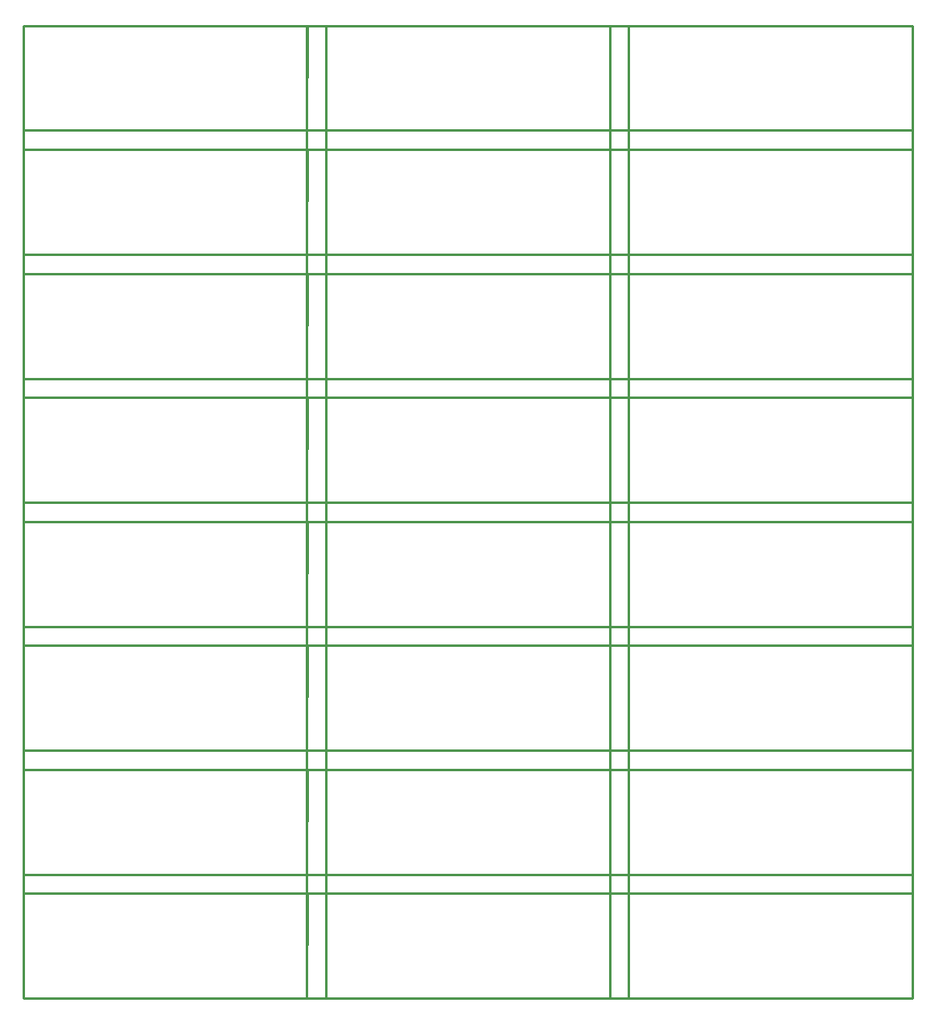
<source format=gko>
G04 Layer: BoardOutline*
G04 EasyEDA v6.4.7, 2020-09-27T20:21:07--7:00*
G04 b775d1b0149e4be3966f09abf6165722,d038363d4a56431e906f153f78f79391,10*
G04 Gerber Generator version 0.2*
G04 Scale: 100 percent, Rotated: No, Reflected: No *
G04 Dimensions in millimeters *
G04 leading zeros omitted , absolute positions ,3 integer and 3 decimal *
%FSLAX33Y33*%
%MOMM*%
G90*
D02*

%ADD10C,0.254000*%
G54D10*
G01X0Y110128D02*
G01X29751Y110128D01*
G01X29750Y99128D01*
G01X0Y99128D01*
G01X0Y110128D01*
G01X31751Y110128D02*
G01X61502Y110128D01*
G01X61501Y99128D01*
G01X31751Y99128D01*
G01X31751Y110128D01*
G01X63502Y110128D02*
G01X93253Y110128D01*
G01X93252Y99128D01*
G01X63502Y99128D01*
G01X63502Y110128D01*
G01X0Y97128D02*
G01X29751Y97128D01*
G01X29750Y86128D01*
G01X0Y86128D01*
G01X0Y97128D01*
G01X31751Y97128D02*
G01X61502Y97128D01*
G01X61501Y86128D01*
G01X31751Y86128D01*
G01X31751Y97128D01*
G01X63502Y97128D02*
G01X93253Y97128D01*
G01X93252Y86128D01*
G01X63502Y86128D01*
G01X63502Y97128D01*
G01X0Y84128D02*
G01X29751Y84128D01*
G01X29750Y73128D01*
G01X0Y73128D01*
G01X0Y84128D01*
G01X31751Y84128D02*
G01X61502Y84128D01*
G01X61501Y73128D01*
G01X31751Y73128D01*
G01X31751Y84128D01*
G01X63502Y84128D02*
G01X93253Y84128D01*
G01X93252Y73128D01*
G01X63502Y73128D01*
G01X63502Y84128D01*
G01X0Y71128D02*
G01X29751Y71128D01*
G01X29750Y60128D01*
G01X0Y60128D01*
G01X0Y71128D01*
G01X31751Y71128D02*
G01X61502Y71128D01*
G01X61501Y60128D01*
G01X31751Y60128D01*
G01X31751Y71128D01*
G01X63502Y71128D02*
G01X93253Y71128D01*
G01X93252Y60128D01*
G01X63502Y60128D01*
G01X63502Y71128D01*
G01X0Y58128D02*
G01X29751Y58128D01*
G01X29750Y47128D01*
G01X0Y47128D01*
G01X0Y58128D01*
G01X31751Y58128D02*
G01X61502Y58128D01*
G01X61501Y47128D01*
G01X31751Y47128D01*
G01X31751Y58128D01*
G01X63502Y58128D02*
G01X93253Y58128D01*
G01X93252Y47128D01*
G01X63502Y47128D01*
G01X63502Y58128D01*
G01X0Y45128D02*
G01X29751Y45128D01*
G01X29750Y34128D01*
G01X0Y34128D01*
G01X0Y45128D01*
G01X31751Y45128D02*
G01X61502Y45128D01*
G01X61501Y34128D01*
G01X31751Y34128D01*
G01X31751Y45128D01*
G01X63502Y45128D02*
G01X93253Y45128D01*
G01X93252Y34128D01*
G01X63502Y34128D01*
G01X63502Y45128D01*
G01X0Y32128D02*
G01X29751Y32128D01*
G01X29750Y21128D01*
G01X0Y21128D01*
G01X0Y32128D01*
G01X31751Y32128D02*
G01X61502Y32128D01*
G01X61501Y21128D01*
G01X31751Y21128D01*
G01X31751Y32128D01*
G01X63502Y32128D02*
G01X93253Y32128D01*
G01X93252Y21128D01*
G01X63502Y21128D01*
G01X63502Y32128D01*
G01X0Y19128D02*
G01X29751Y19128D01*
G01X29750Y8128D01*
G01X0Y8128D01*
G01X0Y19128D01*
G01X31751Y19128D02*
G01X61502Y19128D01*
G01X61501Y8128D01*
G01X31751Y8128D01*
G01X31751Y19128D01*
G01X63502Y19128D02*
G01X93253Y19128D01*
G01X93252Y8128D01*
G01X63502Y8128D01*
G01X63502Y19128D01*
G01X0Y110128D02*
G01X93252Y110128D01*
G01X93252Y8128D01*
G01X0Y8128D01*
G01X0Y110128D01*
G01X0Y97128D02*
G01X93252Y97128D01*
G01X0Y99128D02*
G01X93252Y99128D01*
G01X0Y84128D02*
G01X93252Y84128D01*
G01X0Y86128D02*
G01X93252Y86128D01*
G01X0Y71128D02*
G01X93252Y71128D01*
G01X0Y73128D02*
G01X93252Y73128D01*
G01X0Y58128D02*
G01X93252Y58128D01*
G01X0Y60128D02*
G01X93252Y60128D01*
G01X0Y45128D02*
G01X93252Y45128D01*
G01X0Y47128D02*
G01X93252Y47128D01*
G01X0Y32128D02*
G01X93252Y32128D01*
G01X0Y34128D02*
G01X93252Y34128D01*
G01X0Y19128D02*
G01X93252Y19128D01*
G01X0Y21128D02*
G01X93252Y21128D01*
G01X31750Y110128D02*
G01X31750Y8128D01*
G01X29750Y110128D02*
G01X29750Y8128D01*
G01X63501Y110128D02*
G01X63501Y8128D01*
G01X61501Y110128D02*
G01X61501Y8128D01*

%LPD*%
M00*
M02*

</source>
